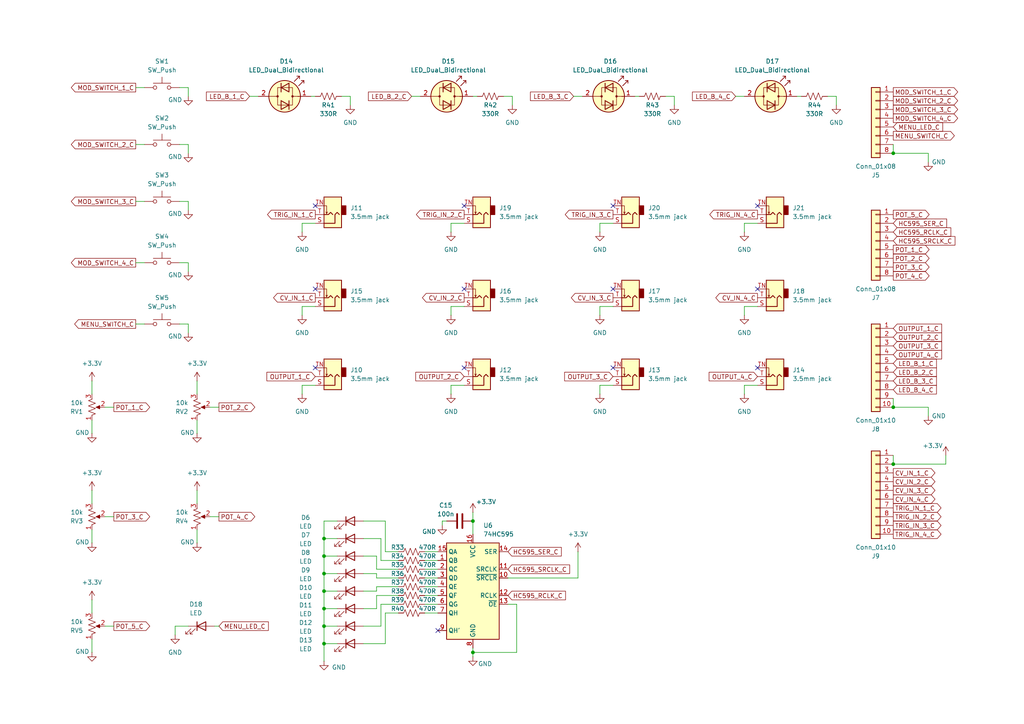
<source format=kicad_sch>
(kicad_sch (version 20231120) (generator "eeschema") (generator_version "8.0")
  (paper "A4")
  (lib_symbols
    (symbol "+3.3V_4" (power) (pin_numbers hide) (pin_names (offset 0) hide)
      (property "Value" "+3.3V" (at 0 3.556 0))
      (symbol "+3.3V_4_1_1"
        (pin power_in line (at 0 0 90) (length 0) (name "~") (number "1"))
      )
    )
    (symbol "74xx:74HC595"
      (property "Reference" "U" (at -7.62 13.97 0))
      (property "Value" "74HC595" (at -7.62 -16.51 0))
      (symbol "74HC595_1_0"
        (pin tri_state line (at 10.16 7.62 180) (length 2.54) (name "QB") (number "1"))
        (pin input line (at -10.16 2.54 0) (length 2.54) (name "~{SRCLR}") (number "10"))
        (pin input line (at -10.16 5.08 0) (length 2.54) (name "SRCLK") (number "11"))
        (pin input line (at -10.16 -2.54 0) (length 2.54) (name "RCLK") (number "12"))
        (pin input line (at -10.16 -5.08 0) (length 2.54) (name "~{OE}") (number "13"))
        (pin input line (at -10.16 10.16 0) (length 2.54) (name "SER") (number "14"))
        (pin tri_state line (at 10.16 10.16 180) (length 2.54) (name "QA") (number "15"))
        (pin power_in line (at 0 15.24 270) (length 2.54) (name "VCC") (number "16"))
        (pin tri_state line (at 10.16 5.08 180) (length 2.54) (name "QC") (number "2"))
        (pin tri_state line (at 10.16 2.54 180) (length 2.54) (name "QD") (number "3"))
        (pin tri_state line (at 10.16 0 180) (length 2.54) (name "QE") (number "4"))
        (pin tri_state line (at 10.16 -2.54 180) (length 2.54) (name "QF") (number "5"))
        (pin tri_state line (at 10.16 -5.08 180) (length 2.54) (name "QG") (number "6"))
        (pin tri_state line (at 10.16 -7.62 180) (length 2.54) (name "QH") (number "7"))
        (pin power_in line (at 0 -17.78 90) (length 2.54) (name "GND") (number "8"))
        (pin output line (at 10.16 -12.7 180) (length 2.54) (name "QH'") (number "9"))
      )
    )
    (symbol "Connector_Audio:AudioJack2_SwitchT"
      (property "Reference" "J" (at 0 8.89 0))
      (property "Value" "AudioJack2_SwitchT" (at 0 6.35 0))
      (symbol "AudioJack2_SwitchT_1_1"
        (pin passive line (at 5.08 2.54 180) (length 2.54) (name "~") (number "S"))
        (pin passive line (at 5.08 0 180) (length 2.54) (name "~") (number "T"))
        (pin passive line (at 5.08 -2.54 180) (length 2.54) (name "~") (number "TN"))
      )
    )
    (symbol "Connector_Generic:Conn_01x08" (pin_names (offset 1.016) hide)
      (property "Reference" "J" (at 0 10.16 0))
      (property "Value" "Conn_01x08" (at 0 -12.7 0))
      (symbol "Conn_01x08_1_1"
        (pin passive line (at -5.08 7.62 0) (length 3.81) (name "Pin_1") (number "1"))
        (pin passive line (at -5.08 5.08 0) (length 3.81) (name "Pin_2") (number "2"))
        (pin passive line (at -5.08 2.54 0) (length 3.81) (name "Pin_3") (number "3"))
        (pin passive line (at -5.08 0 0) (length 3.81) (name "Pin_4") (number "4"))
        (pin passive line (at -5.08 -2.54 0) (length 3.81) (name "Pin_5") (number "5"))
        (pin passive line (at -5.08 -5.08 0) (length 3.81) (name "Pin_6") (number "6"))
        (pin passive line (at -5.08 -7.62 0) (length 3.81) (name "Pin_7") (number "7"))
        (pin passive line (at -5.08 -10.16 0) (length 3.81) (name "Pin_8") (number "8"))
      )
    )
    (symbol "Connector_Generic:Conn_01x10" (pin_names (offset 1.016) hide)
      (property "Reference" "J" (at 0 12.7 0))
      (property "Value" "Conn_01x10" (at 0 -15.24 0))
      (symbol "Conn_01x10_1_1"
        (pin passive line (at -5.08 10.16 0) (length 3.81) (name "Pin_1") (number "1"))
        (pin passive line (at -5.08 -12.7 0) (length 3.81) (name "Pin_10") (number "10"))
        (pin passive line (at -5.08 7.62 0) (length 3.81) (name "Pin_2") (number "2"))
        (pin passive line (at -5.08 5.08 0) (length 3.81) (name "Pin_3") (number "3"))
        (pin passive line (at -5.08 2.54 0) (length 3.81) (name "Pin_4") (number "4"))
        (pin passive line (at -5.08 0 0) (length 3.81) (name "Pin_5") (number "5"))
        (pin passive line (at -5.08 -2.54 0) (length 3.81) (name "Pin_6") (number "6"))
        (pin passive line (at -5.08 -5.08 0) (length 3.81) (name "Pin_7") (number "7"))
        (pin passive line (at -5.08 -7.62 0) (length 3.81) (name "Pin_8") (number "8"))
        (pin passive line (at -5.08 -10.16 0) (length 3.81) (name "Pin_9") (number "9"))
      )
    )
    (symbol "Device:C" (pin_numbers hide) (pin_names (offset 0.254))
      (property "Reference" "C" (at 0.635 2.54 0))
      (property "Value" "C" (at 0.635 -2.54 0))
      (symbol "C_1_1"
        (pin passive line (at 0 3.81 270) (length 2.794) (name "~") (number "1"))
        (pin passive line (at 0 -3.81 90) (length 2.794) (name "~") (number "2"))
      )
    )
    (symbol "Device:LED" (pin_numbers hide) (pin_names (offset 1.016) hide)
      (property "Reference" "D" (at 0 2.54 0))
      (property "Value" "LED" (at 0 -2.54 0))
      (symbol "LED_1_1"
        (pin passive line (at -3.81 0 0) (length 2.54) (name "K") (number "1"))
        (pin passive line (at 3.81 0 180) (length 2.54) (name "A") (number "2"))
      )
    )
    (symbol "Device:LED_Dual_Bidirectional" (pin_names (offset 0) hide)
      (property "Reference" "D" (at 0 5.715 0))
      (property "Value" "LED_Dual_Bidirectional" (at 0 -6.35 0))
      (symbol "LED_Dual_Bidirectional_1_1"
        (pin input line (at 7.62 0 180) (length 3.81) (name "KA") (number "1"))
        (pin input line (at -7.62 0 0) (length 3.048) (name "AK") (number "2"))
      )
    )
    (symbol "Device:R_Potentiometer_US" (pin_names (offset 1.016) hide)
      (property "Reference" "RV" (at -4.445 0 90))
      (property "Value" "R_Potentiometer_US" (at -2.54 0 90))
      (symbol "R_Potentiometer_US_1_1"
        (pin passive line (at 0 3.81 270) (length 1.27) (name "1") (number "1"))
        (pin passive line (at 3.81 0 180) (length 1.27) (name "2") (number "2"))
        (pin passive line (at 0 -3.81 90) (length 1.27) (name "3") (number "3"))
      )
    )
    (symbol "Device:R_US" (pin_numbers hide) (pin_names (offset 0))
      (property "Reference" "R" (at 2.54 0 90))
      (property "Value" "R_US" (at -2.54 0 90))
      (symbol "R_US_1_1"
        (pin passive line (at 0 3.81 270) (length 1.27) (name "~") (number "1"))
        (pin passive line (at 0 -3.81 90) (length 1.27) (name "~") (number "2"))
      )
    )
    (symbol "GND_7" (power) (pin_numbers hide) (pin_names (offset 0) hide)
      (property "Value" "GND" (at 0 -3.81 0))
      (symbol "GND_7_1_1"
        (pin power_in line (at 0 0 270) (length 0) (name "~") (number "1"))
      )
    )
    (symbol "Switch:SW_Push" (pin_numbers hide) (pin_names (offset 1.016) hide)
      (property "Reference" "SW" (at 1.27 2.54 0))
      (property "Value" "SW_Push" (at 0 -1.524 0))
      (symbol "SW_Push_0_1"
        (pin passive line (at -5.08 0 0) (length 2.54) (name "1") (number "1"))
        (pin passive line (at 5.08 0 180) (length 2.54) (name "2") (number "2"))
      )
    )
    (symbol "power:+3.3V" (power) (pin_numbers hide) (pin_names (offset 0) hide)
      (property "Value" "+3.3V" (at 0 3.556 0))
      (symbol "+3.3V_1_1"
        (pin power_in line (at 0 0 90) (length 0) (name "~") (number "1"))
      )
    )
    (symbol "power:GND" (power) (pin_numbers hide) (pin_names (offset 0) hide)
      (property "Value" "GND" (at 0 -3.81 0))
      (symbol "GND_1_1"
        (pin power_in line (at 0 0 270) (length 0) (name "~") (number "1"))
      )
    )
  )
  (junction (at 137.16 151.13))
  (junction (at 93.98 176.53))
  (junction (at 93.98 166.37))
  (junction (at 93.98 161.29))
  (junction (at 259.08 134.62))
  (junction (at 259.08 44.45))
  (junction (at 93.98 156.21))
  (junction (at 93.98 181.61))
  (junction (at 93.98 171.45))
  (junction (at 137.16 189.23))
  (junction (at 259.08 118.11))
  (junction (at 93.98 186.69))
  (no_connect (at 219.71 59.69))
  (no_connect (at 91.44 83.82))
  (no_connect (at 177.8 59.69))
  (no_connect (at 91.44 106.68))
  (no_connect (at 219.71 83.82))
  (no_connect (at 91.44 59.69))
  (no_connect (at 134.62 59.69))
  (no_connect (at 134.62 83.82))
  (no_connect (at 134.62 106.68))
  (no_connect (at 219.71 106.68))
  (no_connect (at 177.8 106.68))
  (no_connect (at 177.8 83.82))
  (no_connect (at 127 182.88))
  (wire (pts (xy 148.59 27.94) (xy 146.05 27.94)))
  (wire (pts (xy 123.19 160.02) (xy 127 160.02)))
  (wire (pts (xy 93.98 181.61) (xy 97.79 181.61)))
  (wire (pts (xy 109.22 167.64) (xy 115.57 167.64)))
  (wire (pts (xy 39.37 58.42) (xy 41.91 58.42)))
  (wire (pts (xy 63.5 118.11) (xy 60.96 118.11)))
  (wire (pts (xy 149.86 189.23) (xy 137.16 189.23)))
  (wire (pts (xy 259.08 132.08) (xy 259.08 134.62)))
  (wire (pts (xy 166.37 27.94) (xy 168.91 27.94)))
  (wire (pts (xy 54.61 93.98) (xy 52.07 93.98)))
  (wire (pts (xy 130.81 67.31) (xy 130.81 64.77)))
  (wire (pts (xy 54.61 44.45) (xy 54.61 41.91)))
  (wire (pts (xy 148.59 30.48) (xy 148.59 27.94)))
  (wire (pts (xy 173.99 64.77) (xy 177.8 64.77)))
  (wire (pts (xy 123.19 165.1) (xy 127 165.1)))
  (wire (pts (xy 215.9 91.44) (xy 215.9 88.9)))
  (wire (pts (xy 269.24 120.65) (xy 269.24 118.11)))
  (wire (pts (xy 105.41 156.21) (xy 110.49 156.21)))
  (wire (pts (xy 167.64 160.02) (xy 167.64 167.64)))
  (wire (pts (xy 33.02 149.86) (xy 30.48 149.86)))
  (wire (pts (xy 87.63 88.9) (xy 91.44 88.9)))
  (wire (pts (xy 87.63 91.44) (xy 87.63 88.9)))
  (wire (pts (xy 26.67 142.24) (xy 26.67 146.05)))
  (wire (pts (xy 26.67 110.49) (xy 26.67 114.3)))
  (wire (pts (xy 93.98 176.53) (xy 97.79 176.53)))
  (wire (pts (xy 110.49 181.61) (xy 105.41 181.61)))
  (wire (pts (xy 215.9 114.3) (xy 215.9 111.76)))
  (wire (pts (xy 26.67 189.23) (xy 26.67 185.42)))
  (wire (pts (xy 87.63 114.3) (xy 87.63 111.76)))
  (wire (pts (xy 54.61 25.4) (xy 52.07 25.4)))
  (wire (pts (xy 109.22 176.53) (xy 109.22 172.72)))
  (wire (pts (xy 50.8 181.61) (xy 54.61 181.61)))
  (wire (pts (xy 109.22 170.18) (xy 115.57 170.18)))
  (wire (pts (xy 123.19 177.8) (xy 127 177.8)))
  (wire (pts (xy 109.22 171.45) (xy 109.22 170.18)))
  (wire (pts (xy 242.57 27.94) (xy 240.03 27.94)))
  (wire (pts (xy 72.39 27.94) (xy 74.93 27.94)))
  (wire (pts (xy 93.98 161.29) (xy 97.79 161.29)))
  (wire (pts (xy 195.58 30.48) (xy 195.58 27.94)))
  (wire (pts (xy 149.86 175.26) (xy 149.86 189.23)))
  (wire (pts (xy 123.19 175.26) (xy 127 175.26)))
  (wire (pts (xy 63.5 181.61) (xy 62.23 181.61)))
  (wire (pts (xy 26.67 173.99) (xy 26.67 177.8)))
  (wire (pts (xy 57.15 142.24) (xy 57.15 146.05)))
  (wire (pts (xy 110.49 175.26) (xy 110.49 181.61)))
  (wire (pts (xy 137.16 151.13) (xy 137.16 154.94)))
  (wire (pts (xy 54.61 41.91) (xy 52.07 41.91)))
  (wire (pts (xy 110.49 162.56) (xy 115.57 162.56)))
  (wire (pts (xy 185.42 27.94) (xy 184.15 27.94)))
  (wire (pts (xy 137.16 190.5) (xy 137.16 189.23)))
  (wire (pts (xy 57.15 110.49) (xy 57.15 114.3)))
  (wire (pts (xy 123.19 172.72) (xy 127 172.72)))
  (wire (pts (xy 105.41 176.53) (xy 109.22 176.53)))
  (wire (pts (xy 215.9 64.77) (xy 219.71 64.77)))
  (wire (pts (xy 93.98 171.45) (xy 93.98 176.53)))
  (wire (pts (xy 63.5 149.86) (xy 60.96 149.86)))
  (wire (pts (xy 259.08 134.62) (xy 274.32 134.62)))
  (wire (pts (xy 138.43 27.94) (xy 137.16 27.94)))
  (wire (pts (xy 93.98 151.13) (xy 93.98 156.21)))
  (wire (pts (xy 54.61 78.74) (xy 54.61 76.2)))
  (wire (pts (xy 213.36 27.94) (xy 215.9 27.94)))
  (wire (pts (xy 105.41 186.69) (xy 111.76 186.69)))
  (wire (pts (xy 87.63 67.31) (xy 87.63 64.77)))
  (wire (pts (xy 119.38 27.94) (xy 121.92 27.94)))
  (wire (pts (xy 232.41 27.94) (xy 231.14 27.94)))
  (wire (pts (xy 128.27 152.4) (xy 128.27 151.13)))
  (wire (pts (xy 195.58 27.94) (xy 193.04 27.94)))
  (wire (pts (xy 109.22 165.1) (xy 115.57 165.1)))
  (wire (pts (xy 50.8 184.15) (xy 50.8 181.61)))
  (wire (pts (xy 215.9 111.76) (xy 219.71 111.76)))
  (wire (pts (xy 93.98 166.37) (xy 97.79 166.37)))
  (wire (pts (xy 130.81 88.9) (xy 134.62 88.9)))
  (wire (pts (xy 54.61 60.96) (xy 54.61 58.42)))
  (wire (pts (xy 93.98 176.53) (xy 93.98 181.61)))
  (wire (pts (xy 54.61 76.2) (xy 52.07 76.2)))
  (wire (pts (xy 109.22 166.37) (xy 109.22 167.64)))
  (wire (pts (xy 215.9 67.31) (xy 215.9 64.77)))
  (wire (pts (xy 130.81 64.77) (xy 134.62 64.77)))
  (wire (pts (xy 167.64 167.64) (xy 147.32 167.64)))
  (wire (pts (xy 91.44 27.94) (xy 90.17 27.94)))
  (wire (pts (xy 242.57 30.48) (xy 242.57 27.94)))
  (wire (pts (xy 123.19 167.64) (xy 127 167.64)))
  (wire (pts (xy 93.98 161.29) (xy 93.98 166.37)))
  (wire (pts (xy 269.24 118.11) (xy 259.08 118.11)))
  (wire (pts (xy 39.37 41.91) (xy 41.91 41.91)))
  (wire (pts (xy 97.79 156.21) (xy 93.98 156.21)))
  (wire (pts (xy 147.32 175.26) (xy 149.86 175.26)))
  (wire (pts (xy 128.27 151.13) (xy 129.54 151.13)))
  (wire (pts (xy 269.24 46.99) (xy 269.24 44.45)))
  (wire (pts (xy 39.37 76.2) (xy 41.91 76.2)))
  (wire (pts (xy 93.98 166.37) (xy 93.98 171.45)))
  (wire (pts (xy 111.76 186.69) (xy 111.76 177.8)))
  (wire (pts (xy 123.19 170.18) (xy 127 170.18)))
  (wire (pts (xy 93.98 156.21) (xy 93.98 161.29)))
  (wire (pts (xy 93.98 186.69) (xy 93.98 191.77)))
  (wire (pts (xy 137.16 189.23) (xy 137.16 187.96)))
  (wire (pts (xy 173.99 114.3) (xy 173.99 111.76)))
  (wire (pts (xy 105.41 171.45) (xy 109.22 171.45)))
  (wire (pts (xy 54.61 58.42) (xy 52.07 58.42)))
  (wire (pts (xy 105.41 151.13) (xy 111.76 151.13)))
  (wire (pts (xy 115.57 177.8) (xy 111.76 177.8)))
  (wire (pts (xy 87.63 64.77) (xy 91.44 64.77)))
  (wire (pts (xy 259.08 118.11) (xy 259.08 115.57)))
  (wire (pts (xy 137.16 148.59) (xy 137.16 151.13)))
  (wire (pts (xy 215.9 88.9) (xy 219.71 88.9)))
  (wire (pts (xy 110.49 156.21) (xy 110.49 162.56)))
  (wire (pts (xy 123.19 162.56) (xy 127 162.56)))
  (wire (pts (xy 110.49 175.26) (xy 115.57 175.26)))
  (wire (pts (xy 130.81 111.76) (xy 134.62 111.76)))
  (wire (pts (xy 115.57 160.02) (xy 111.76 160.02)))
  (wire (pts (xy 109.22 172.72) (xy 115.57 172.72)))
  (wire (pts (xy 259.08 44.45) (xy 259.08 41.91)))
  (wire (pts (xy 105.41 161.29) (xy 109.22 161.29)))
  (wire (pts (xy 173.99 67.31) (xy 173.99 64.77)))
  (wire (pts (xy 101.6 30.48) (xy 101.6 27.94)))
  (wire (pts (xy 173.99 88.9) (xy 177.8 88.9)))
  (wire (pts (xy 93.98 186.69) (xy 97.79 186.69)))
  (wire (pts (xy 111.76 151.13) (xy 111.76 160.02)))
  (wire (pts (xy 101.6 27.94) (xy 99.06 27.94)))
  (wire (pts (xy 93.98 171.45) (xy 97.79 171.45)))
  (wire (pts (xy 130.81 91.44) (xy 130.81 88.9)))
  (wire (pts (xy 39.37 93.98) (xy 41.91 93.98)))
  (wire (pts (xy 274.32 132.08) (xy 274.32 134.62)))
  (wire (pts (xy 57.15 157.48) (xy 57.15 153.67)))
  (wire (pts (xy 33.02 118.11) (xy 30.48 118.11)))
  (wire (pts (xy 105.41 166.37) (xy 109.22 166.37)))
  (wire (pts (xy 93.98 151.13) (xy 97.79 151.13)))
  (wire (pts (xy 130.81 114.3) (xy 130.81 111.76)))
  (wire (pts (xy 109.22 161.29) (xy 109.22 165.1)))
  (wire (pts (xy 54.61 27.94) (xy 54.61 25.4)))
  (wire (pts (xy 39.37 25.4) (xy 41.91 25.4)))
  (wire (pts (xy 87.63 111.76) (xy 91.44 111.76)))
  (wire (pts (xy 26.67 157.48) (xy 26.67 153.67)))
  (wire (pts (xy 57.15 125.73) (xy 57.15 121.92)))
  (wire (pts (xy 93.98 181.61) (xy 93.98 186.69)))
  (wire (pts (xy 33.02 181.61) (xy 30.48 181.61)))
  (wire (pts (xy 54.61 96.52) (xy 54.61 93.98)))
  (wire (pts (xy 173.99 91.44) (xy 173.99 88.9)))
  (wire (pts (xy 173.99 111.76) (xy 177.8 111.76)))
  (wire (pts (xy 26.67 125.73) (xy 26.67 121.92)))
  (wire (pts (xy 269.24 44.45) (xy 259.08 44.45)))
  (global_label "MOD_SWITCH_1_C" (shape output) (at 259.08 26.67 0) (property "Intersheetrefs" "${INTERSHEET_REFS}" (effects (hide yes))))
  (global_label "MENU_SWITCH_C" (shape output) (at 39.37 93.98 180) (property "Intersheetrefs" "${INTERSHEET_REFS}" (effects (hide yes))))
  (global_label "HC595_SER_C" (shape input) (at 259.08 64.77 0) (property "Intersheetrefs" "${INTERSHEET_REFS}" (effects (hide yes))))
  (global_label "TRIG_IN_1_C" (shape output) (at 91.44 62.23 180) (property "Intersheetrefs" "${INTERSHEET_REFS}" (effects (hide yes))))
  (global_label "MOD_SWITCH_2_C" (shape output) (at 259.08 29.21 0) (property "Intersheetrefs" "${INTERSHEET_REFS}" (effects (hide yes))))
  (global_label "LED_B_2_C" (shape input) (at 119.38 27.94 180) (property "Intersheetrefs" "${INTERSHEET_REFS}" (effects (hide yes))))
  (global_label "TRIG_IN_1_C" (shape output) (at 259.08 147.32 0) (property "Intersheetrefs" "${INTERSHEET_REFS}" (effects (hide yes))))
  (global_label "CV_IN_4_C" (shape output) (at 259.08 144.78 0) (property "Intersheetrefs" "${INTERSHEET_REFS}" (effects (hide yes))))
  (global_label "MOD_SWITCH_3_C" (shape output) (at 259.08 31.75 0) (property "Intersheetrefs" "${INTERSHEET_REFS}" (effects (hide yes))))
  (global_label "MENU_LED_C" (shape input) (at 63.5 181.61 0) (property "Intersheetrefs" "${INTERSHEET_REFS}" (effects (hide yes))))
  (global_label "MOD_SWITCH_4_C" (shape output) (at 39.37 76.2 180) (property "Intersheetrefs" "${INTERSHEET_REFS}" (effects (hide yes))))
  (global_label "POT_1_C" (shape output) (at 259.08 72.39 0) (property "Intersheetrefs" "${INTERSHEET_REFS}" (effects (hide yes))))
  (global_label "HC595_SRCLK_C" (shape input) (at 259.08 69.85 0) (property "Intersheetrefs" "${INTERSHEET_REFS}" (effects (hide yes))))
  (global_label "CV_IN_3_C" (shape output) (at 177.8 86.36 180) (property "Intersheetrefs" "${INTERSHEET_REFS}" (effects (hide yes))))
  (global_label "CV_IN_1_C" (shape output) (at 259.08 137.16 0) (property "Intersheetrefs" "${INTERSHEET_REFS}" (effects (hide yes))))
  (global_label "OUTPUT_4_C" (shape input) (at 219.71 109.22 180) (property "Intersheetrefs" "${INTERSHEET_REFS}" (effects (hide yes))))
  (global_label "POT_5_C" (shape output) (at 33.02 181.61 0) (property "Intersheetrefs" "${INTERSHEET_REFS}" (effects (hide yes))))
  (global_label "POT_4_C" (shape output) (at 63.5 149.86 0) (property "Intersheetrefs" "${INTERSHEET_REFS}" (effects (hide yes))))
  (global_label "TRIG_IN_2_C" (shape output) (at 259.08 149.86 0) (property "Intersheetrefs" "${INTERSHEET_REFS}" (effects (hide yes))))
  (global_label "POT_3_C" (shape output) (at 33.02 149.86 0) (property "Intersheetrefs" "${INTERSHEET_REFS}" (effects (hide yes))))
  (global_label "LED_B_3_C" (shape input) (at 166.37 27.94 180) (property "Intersheetrefs" "${INTERSHEET_REFS}" (effects (hide yes))))
  (global_label "HC595_SRCLK_C" (shape input) (at 147.32 165.1 0) (property "Intersheetrefs" "${INTERSHEET_REFS}" (effects (hide yes))))
  (global_label "LED_B_1_C" (shape input) (at 72.39 27.94 180) (property "Intersheetrefs" "${INTERSHEET_REFS}" (effects (hide yes))))
  (global_label "MOD_SWITCH_4_C" (shape output) (at 259.08 34.29 0) (property "Intersheetrefs" "${INTERSHEET_REFS}" (effects (hide yes))))
  (global_label "CV_IN_2_C" (shape output) (at 134.62 86.36 180) (property "Intersheetrefs" "${INTERSHEET_REFS}" (effects (hide yes))))
  (global_label "LED_B_2_C" (shape input) (at 259.08 107.95 0) (property "Intersheetrefs" "${INTERSHEET_REFS}" (effects (hide yes))))
  (global_label "TRIG_IN_2_C" (shape output) (at 134.62 62.23 180) (property "Intersheetrefs" "${INTERSHEET_REFS}" (effects (hide yes))))
  (global_label "TRIG_IN_3_C" (shape output) (at 259.08 152.4 0) (property "Intersheetrefs" "${INTERSHEET_REFS}" (effects (hide yes))))
  (global_label "MOD_SWITCH_3_C" (shape output) (at 39.37 58.42 180) (property "Intersheetrefs" "${INTERSHEET_REFS}" (effects (hide yes))))
  (global_label "MOD_SWITCH_2_C" (shape output) (at 39.37 41.91 180) (property "Intersheetrefs" "${INTERSHEET_REFS}" (effects (hide yes))))
  (global_label "OUTPUT_2_C" (shape input) (at 259.08 97.79 0) (property "Intersheetrefs" "${INTERSHEET_REFS}" (effects (hide yes))))
  (global_label "MOD_SWITCH_1_C" (shape output) (at 39.37 25.4 180) (property "Intersheetrefs" "${INTERSHEET_REFS}" (effects (hide yes))))
  (global_label "LED_B_3_C" (shape input) (at 259.08 110.49 0) (property "Intersheetrefs" "${INTERSHEET_REFS}" (effects (hide yes))))
  (global_label "LED_B_1_C" (shape input) (at 259.08 105.41 0) (property "Intersheetrefs" "${INTERSHEET_REFS}" (effects (hide yes))))
  (global_label "HC595_RCLK_C" (shape input) (at 147.32 172.72 0) (property "Intersheetrefs" "${INTERSHEET_REFS}" (effects (hide yes))))
  (global_label "TRIG_IN_3_C" (shape output) (at 177.8 62.23 180) (property "Intersheetrefs" "${INTERSHEET_REFS}" (effects (hide yes))))
  (global_label "OUTPUT_1_C" (shape input) (at 91.44 109.22 180) (property "Intersheetrefs" "${INTERSHEET_REFS}" (effects (hide yes))))
  (global_label "POT_1_C" (shape output) (at 33.02 118.11 0) (property "Intersheetrefs" "${INTERSHEET_REFS}" (effects (hide yes))))
  (global_label "MENU_LED_C" (shape input) (at 259.08 36.83 0) (property "Intersheetrefs" "${INTERSHEET_REFS}" (effects (hide yes))))
  (global_label "HC595_RCLK_C" (shape input) (at 259.08 67.31 0) (property "Intersheetrefs" "${INTERSHEET_REFS}" (effects (hide yes))))
  (global_label "OUTPUT_2_C" (shape input) (at 134.62 109.22 180) (property "Intersheetrefs" "${INTERSHEET_REFS}" (effects (hide yes))))
  (global_label "MENU_SWITCH_C" (shape output) (at 259.08 39.37 0) (property "Intersheetrefs" "${INTERSHEET_REFS}" (effects (hide yes))))
  (global_label "LED_B_4_C" (shape input) (at 259.08 113.03 0) (property "Intersheetrefs" "${INTERSHEET_REFS}" (effects (hide yes))))
  (global_label "CV_IN_4_C" (shape output) (at 219.71 86.36 180) (property "Intersheetrefs" "${INTERSHEET_REFS}" (effects (hide yes))))
  (global_label "OUTPUT_4_C" (shape input) (at 259.08 102.87 0) (property "Intersheetrefs" "${INTERSHEET_REFS}" (effects (hide yes))))
  (global_label "OUTPUT_3_C" (shape input) (at 259.08 100.33 0) (property "Intersheetrefs" "${INTERSHEET_REFS}" (effects (hide yes))))
  (global_label "TRIG_IN_4_C" (shape output) (at 259.08 154.94 0) (property "Intersheetrefs" "${INTERSHEET_REFS}" (effects (hide yes))))
  (global_label "POT_4_C" (shape output) (at 259.08 80.01 0) (property "Intersheetrefs" "${INTERSHEET_REFS}" (effects (hide yes))))
  (global_label "LED_B_4_C" (shape input) (at 213.36 27.94 180) (property "Intersheetrefs" "${INTERSHEET_REFS}" (effects (hide yes))))
  (global_label "POT_2_C" (shape output) (at 259.08 74.93 0) (property "Intersheetrefs" "${INTERSHEET_REFS}" (effects (hide yes))))
  (global_label "POT_2_C" (shape output) (at 63.5 118.11 0) (property "Intersheetrefs" "${INTERSHEET_REFS}" (effects (hide yes))))
  (global_label "POT_5_C" (shape output) (at 259.08 62.23 0) (property "Intersheetrefs" "${INTERSHEET_REFS}" (effects (hide yes))))
  (global_label "TRIG_IN_4_C" (shape output) (at 219.71 62.23 180) (property "Intersheetrefs" "${INTERSHEET_REFS}" (effects (hide yes))))
  (global_label "CV_IN_3_C" (shape output) (at 259.08 142.24 0) (property "Intersheetrefs" "${INTERSHEET_REFS}" (effects (hide yes))))
  (global_label "CV_IN_1_C" (shape output) (at 91.44 86.36 180) (property "Intersheetrefs" "${INTERSHEET_REFS}" (effects (hide yes))))
  (global_label "POT_3_C" (shape output) (at 259.08 77.47 0) (property "Intersheetrefs" "${INTERSHEET_REFS}" (effects (hide yes))))
  (global_label "CV_IN_2_C" (shape output) (at 259.08 139.7 0) (property "Intersheetrefs" "${INTERSHEET_REFS}" (effects (hide yes))))
  (global_label "OUTPUT_3_C" (shape input) (at 177.8 109.22 180) (property "Intersheetrefs" "${INTERSHEET_REFS}" (effects (hide yes))))
  (global_label "HC595_SER_C" (shape input) (at 147.32 160.02 0) (property "Intersheetrefs" "${INTERSHEET_REFS}" (effects (hide yes))))
  (global_label "OUTPUT_1_C" (shape input) (at 259.08 95.25 0) (property "Intersheetrefs" "${INTERSHEET_REFS}" (effects (hide yes))))
  (symbol (lib_id "power:GND") (at 242.57 30.48 0) (unit 1)
    (property "Reference" "#PWR065" (effects (hide yes)))
    (property "Value" "GND" (at 242.57 35.56 0))
    (property "Description" "Power symbol creates a global label with name \"GND\" , ground" (effects (hide yes)))
  )
  (symbol (lib_id "power:GND") (at 130.81 67.31 0) (unit 1)
    (property "Reference" "#PWR077" (effects (hide yes)))
    (property "Value" "GND" (at 130.81 72.39 0))
    (property "Description" "Power symbol creates a global label with name \"GND\" , ground" (effects (hide yes)))
  )
  (symbol (lib_id "Device:LED") (at 101.6 161.29 0) (unit 1)
    (property "Reference" "D8" (at 88.646 160.274 0))
    (property "Value" "LED" (at 88.646 162.814 0))
    (property "Footprint" "LED_THT:LED_D3.0mm" (effects (hide yes)))
    (property "Description" "Light emitting diode" (effects (hide yes)))
  )
  (symbol (lib_id "power:+3.3V") (at 57.15 110.49 0) (unit 1)
    (property "Reference" "#PWR053" (effects (hide yes)))
    (property "Value" "+3.3V" (at 57.15 105.41 0))
    (property "Description" "Power symbol creates a global label with name \"+3.3V\"" (effects (hide yes)))
  )
  (symbol (lib_id "74xx:74HC595") (at 137.16 170.18 0) (mirror y) (unit 1)
    (property "Reference" "U6" (at 140.1765 152.4 0) (effects (justify right)))
    (property "Value" "74HC595" (at 140.1765 154.94 0) (effects (justify right)))
    (property "Footprint" "Package_DIP:DIP-16_W7.62mm_Socket" (effects (hide yes)))
    (property "Datasheet" "http://www.ti.com/lit/ds/symlink/sn74hc595.pdf" (effects (hide yes)))
    (property "Description" "8-bit serial in/out Shift Register 3-State Outputs" (effects (hide yes)))
  )
  (symbol (lib_id "power:GND") (at 54.61 60.96 0) (unit 1)
    (property "Reference" "#PWR045" (effects (hide yes)))
    (property "Value" "GND" (at 50.8 61.976 0))
    (property "Description" "Power symbol creates a global label with name \"GND\" , ground" (effects (hide yes)))
  )
  (symbol (lib_id "Device:R_US") (at 189.23 27.94 90) (unit 1)
    (property "Reference" "R43" (at 189.23 30.48 90))
    (property "Value" "330R" (at 189.23 33.02 90))
    (property "Footprint" "Resistor_THT:R_Axial_DIN0207_L6.3mm_D2.5mm_P7.62mm_Horizontal" (effects (hide yes)))
    (property "Description" "Resistor, US symbol" (effects (hide yes)))
  )
  (symbol (lib_id "power:GND") (at 215.9 67.31 0) (unit 1)
    (property "Reference" "#PWR079" (effects (hide yes)))
    (property "Value" "GND" (at 215.9 72.39 0))
    (property "Description" "Power symbol creates a global label with name \"GND\" , ground" (effects (hide yes)))
  )
  (symbol (lib_id "Device:R_Potentiometer_US") (at 26.67 118.11 0) (mirror x) (unit 1)
    (property "Reference" "RV1" (at 24.13 119.3801 0) (effects (justify right)))
    (property "Value" "10k" (at 24.13 116.8401 0) (effects (justify right)))
    (property "Footprint" "Potentiometer_THT:Potentiometer_Alps_RK09K_Single_Vertical" (effects (hide yes)))
    (property "Description" "Potentiometer, US symbol" (effects (hide yes)))
  )
  (symbol (lib_id "power:GND") (at 87.63 114.3 0) (unit 1)
    (property "Reference" "#PWR068" (effects (hide yes)))
    (property "Value" "GND" (at 87.63 119.38 0))
    (property "Description" "Power symbol creates a global label with name \"GND\" , ground" (effects (hide yes)))
  )
  (symbol (lib_id "Device:C") (at 133.35 151.13 90) (unit 1)
    (property "Reference" "C15" (at 129.286 146.558 90))
    (property "Value" "100n" (at 129.286 149.098 90))
    (property "Footprint" "Capacitor_THT:C_Disc_D5.0mm_W2.5mm_P5.00mm" (effects (hide yes)))
    (property "Description" "Unpolarized capacitor" (effects (hide yes)))
  )
  (symbol (lib_id "power:GND") (at 93.98 191.77 0) (unit 1)
    (property "Reference" "#PWR061" (effects (hide yes)))
    (property "Value" "GND" (at 98.298 193.548 0))
    (property "Description" "Power symbol creates a global label with name \"GND\" , ground" (effects (hide yes)))
  )
  (symbol (lib_id "Switch:SW_Push") (at 46.99 58.42 0) (unit 1)
    (property "Reference" "SW3" (at 46.99 50.8 0))
    (property "Value" "SW_Push" (at 46.99 53.34 0))
    (property "Footprint" "Button_Switch_THT:SW_PUSH_6mm" (effects (hide yes)))
    (property "Description" "Push button switch, generic, two pins" (effects (hide yes)))
  )
  (symbol (lib_id "Connector_Generic:Conn_01x08") (at 254 69.85 0) (mirror y) (unit 1)
    (property "Reference" "J7" (at 254 86.36 0))
    (property "Value" "Conn_01x08" (at 254 83.82 0))
    (property "Footprint" "Connector_PinSocket_2.54mm:PinSocket_1x08_P2.54mm_Vertical" (effects (hide yes)))
    (property "Description" "Generic connector, single row, 01x08, script generated (kicad-library-utils/schlib/autogen/connector/)" (effects (hide yes)))
  )
  (symbol (lib_id "Device:R_US") (at 119.38 162.56 90) (unit 1)
    (property "Reference" "R34" (at 115.316 161.29 90))
    (property "Value" "470R" (at 123.952 161.29 90))
    (property "Footprint" "Resistor_THT:R_Axial_DIN0207_L6.3mm_D2.5mm_P7.62mm_Horizontal" (effects (hide yes)))
    (property "Description" "Resistor, US symbol" (effects (hide yes)))
  )
  (symbol (lib_id "Device:R_Potentiometer_US") (at 57.15 149.86 0) (mirror x) (unit 1)
    (property "Reference" "RV4" (at 54.61 151.1301 0) (effects (justify right)))
    (property "Value" "10k" (at 54.61 148.5901 0) (effects (justify right)))
    (property "Footprint" "Potentiometer_THT:Potentiometer_Alps_RK09K_Single_Vertical" (effects (hide yes)))
    (property "Description" "Potentiometer, US symbol" (effects (hide yes)))
  )
  (symbol (lib_id "power:GND") (at 54.61 96.52 0) (unit 1)
    (property "Reference" "#PWR047" (effects (hide yes)))
    (property "Value" "GND" (at 50.8 97.536 0))
    (property "Description" "Power symbol creates a global label with name \"GND\" , ground" (effects (hide yes)))
  )
  (symbol (lib_id "Connector_Audio:AudioJack2_SwitchT") (at 224.79 109.22 180) (unit 1)
    (property "Reference" "J14" (at 229.87 107.3149 0) (effects (justify right)))
    (property "Value" "3.5mm jack" (at 229.87 109.8549 0) (effects (justify right)))
    (property "Footprint" "Connector_Audio:Jack_3.5mm_QingPu_WQP-PJ398SM_Vertical_CircularHoles" (effects (hide yes)))
    (property "Description" "Audio Jack, 2 Poles (Mono / TS), Switched T Pole (Normalling)" (effects (hide yes)))
  )
  (symbol (lib_id "Device:R_US") (at 119.38 167.64 90) (unit 1)
    (property "Reference" "R36" (at 115.316 166.37 90))
    (property "Value" "470R" (at 123.952 166.37 90))
    (property "Footprint" "Resistor_THT:R_Axial_DIN0207_L6.3mm_D2.5mm_P7.62mm_Horizontal" (effects (hide yes)))
    (property "Description" "Resistor, US symbol" (effects (hide yes)))
  )
  (symbol (lib_id "power:+3.3V") (at 26.67 110.49 0) (unit 1)
    (property "Reference" "#PWR052" (effects (hide yes)))
    (property "Value" "+3.3V" (at 26.67 105.41 0))
    (property "Description" "Power symbol creates a global label with name \"+3.3V\"" (effects (hide yes)))
  )
  (symbol (lib_id "Device:R_US") (at 236.22 27.94 90) (unit 1)
    (property "Reference" "R44" (at 236.22 30.48 90))
    (property "Value" "330R" (at 236.22 33.02 90))
    (property "Footprint" "Resistor_THT:R_Axial_DIN0207_L6.3mm_D2.5mm_P7.62mm_Horizontal" (effects (hide yes)))
    (property "Description" "Resistor, US symbol" (effects (hide yes)))
  )
  (symbol (lib_id "power:GND") (at 50.8 184.15 0) (unit 1)
    (property "Reference" "#PWR067" (effects (hide yes)))
    (property "Value" "GND" (at 50.8 189.23 0))
    (property "Description" "Power symbol creates a global label with name \"GND\" , ground" (effects (hide yes)))
  )
  (symbol (lib_id "Connector_Audio:AudioJack2_SwitchT") (at 182.88 109.22 180) (unit 1)
    (property "Reference" "J13" (at 187.96 107.3149 0) (effects (justify right)))
    (property "Value" "3.5mm jack" (at 187.96 109.8549 0) (effects (justify right)))
    (property "Footprint" "Connector_Audio:Jack_3.5mm_QingPu_WQP-PJ398SM_Vertical_CircularHoles" (effects (hide yes)))
    (property "Description" "Audio Jack, 2 Poles (Mono / TS), Switched T Pole (Normalling)" (effects (hide yes)))
  )
  (symbol (lib_id "power:GND") (at 87.63 67.31 0) (unit 1)
    (property "Reference" "#PWR069" (effects (hide yes)))
    (property "Value" "GND" (at 87.63 72.39 0))
    (property "Description" "Power symbol creates a global label with name \"GND\" , ground" (effects (hide yes)))
  )
  (symbol (lib_id "Device:LED_Dual_Bidirectional") (at 223.52 27.94 0) (unit 1)
    (property "Reference" "D17" (at 224.0153 17.78 0))
    (property "Value" "LED_Dual_Bidirectional" (at 224.0153 20.32 0))
    (property "Footprint" "LED_THT:LED_D5.0mm" (effects (hide yes)))
    (property "Description" "Dual LED, bidirectional" (effects (hide yes)))
  )
  (symbol (lib_id "Connector_Generic:Conn_01x10") (at 254 142.24 0) (mirror y) (unit 1)
    (property "Reference" "J9" (at 254 161.29 0))
    (property "Value" "Conn_01x10" (at 254 158.75 0))
    (property "Footprint" "Connector_PinSocket_2.54mm:PinSocket_1x10_P2.54mm_Vertical" (effects (hide yes)))
    (property "Description" "Generic connector, single row, 01x10, script generated (kicad-library-utils/schlib/autogen/connector/)" (effects (hide yes)))
  )
  (symbol (lib_id "power:GND") (at 57.15 125.73 0) (unit 1)
    (property "Reference" "#PWR054" (effects (hide yes)))
    (property "Value" "GND" (at 54.356 125.476 0))
    (property "Description" "Power symbol creates a global label with name \"GND\" , ground" (effects (hide yes)))
  )
  (symbol (lib_id "Connector_Audio:AudioJack2_SwitchT") (at 139.7 86.36 180) (unit 1)
    (property "Reference" "J16" (at 144.78 84.4549 0) (effects (justify right)))
    (property "Value" "3.5mm jack" (at 144.78 86.9949 0) (effects (justify right)))
    (property "Footprint" "Connector_Audio:Jack_3.5mm_QingPu_WQP-PJ398SM_Vertical_CircularHoles" (effects (hide yes)))
    (property "Description" "Audio Jack, 2 Poles (Mono / TS), Switched T Pole (Normalling)" (effects (hide yes)))
  )
  (symbol (lib_id "Device:LED") (at 101.6 166.37 0) (unit 1)
    (property "Reference" "D9" (at 88.646 165.354 0))
    (property "Value" "LED" (at 88.646 167.894 0))
    (property "Footprint" "LED_THT:LED_D3.0mm" (effects (hide yes)))
    (property "Description" "Light emitting diode" (effects (hide yes)))
  )
  (symbol (lib_id "power:GND") (at 101.6 30.48 0) (unit 1)
    (property "Reference" "#PWR062" (effects (hide yes)))
    (property "Value" "GND" (at 101.6 35.56 0))
    (property "Description" "Power symbol creates a global label with name \"GND\" , ground" (effects (hide yes)))
  )
  (symbol (lib_id "power:GND") (at 57.15 157.48 0) (unit 1)
    (property "Reference" "#PWR058" (effects (hide yes)))
    (property "Value" "GND" (at 54.356 157.226 0))
    (property "Description" "Power symbol creates a global label with name \"GND\" , ground" (effects (hide yes)))
  )
  (symbol (lib_id "Device:LED") (at 101.6 181.61 0) (unit 1)
    (property "Reference" "D12" (at 88.646 180.594 0))
    (property "Value" "LED" (at 88.646 183.134 0))
    (property "Footprint" "LED_THT:LED_D3.0mm" (effects (hide yes)))
    (property "Description" "Light emitting diode" (effects (hide yes)))
  )
  (symbol (lib_id "Device:R_US") (at 119.38 172.72 90) (unit 1)
    (property "Reference" "R38" (at 115.316 171.45 90))
    (property "Value" "470R" (at 123.952 171.45 90))
    (property "Footprint" "Resistor_THT:R_Axial_DIN0207_L6.3mm_D2.5mm_P7.62mm_Horizontal" (effects (hide yes)))
    (property "Description" "Resistor, US symbol" (effects (hide yes)))
  )
  (symbol (lib_id "Device:LED_Dual_Bidirectional") (at 176.53 27.94 0) (unit 1)
    (property "Reference" "D16" (at 177.0253 17.78 0))
    (property "Value" "LED_Dual_Bidirectional" (at 177.0253 20.32 0))
    (property "Footprint" "LED_THT:LED_D5.0mm" (effects (hide yes)))
    (property "Description" "Dual LED, bidirectional" (effects (hide yes)))
  )
  (symbol (lib_id "power:GND") (at 87.63 91.44 0) (unit 1)
    (property "Reference" "#PWR073" (effects (hide yes)))
    (property "Value" "GND" (at 87.63 96.52 0))
    (property "Description" "Power symbol creates a global label with name \"GND\" , ground" (effects (hide yes)))
  )
  (symbol (lib_id "power:GND") (at 173.99 114.3 0) (unit 1)
    (property "Reference" "#PWR071" (effects (hide yes)))
    (property "Value" "GND" (at 173.99 119.38 0))
    (property "Description" "Power symbol creates a global label with name \"GND\" , ground" (effects (hide yes)))
  )
  (symbol (lib_id "Device:R_US") (at 142.24 27.94 90) (unit 1)
    (property "Reference" "R42" (at 142.24 30.48 90))
    (property "Value" "330R" (at 142.24 33.02 90))
    (property "Footprint" "Resistor_THT:R_Axial_DIN0207_L6.3mm_D2.5mm_P7.62mm_Horizontal" (effects (hide yes)))
    (property "Description" "Resistor, US symbol" (effects (hide yes)))
  )
  (symbol (lib_id "Device:R_US") (at 119.38 165.1 90) (unit 1)
    (property "Reference" "R35" (at 115.316 163.83 90))
    (property "Value" "470R" (at 123.952 163.83 90))
    (property "Footprint" "Resistor_THT:R_Axial_DIN0207_L6.3mm_D2.5mm_P7.62mm_Horizontal" (effects (hide yes)))
    (property "Description" "Resistor, US symbol" (effects (hide yes)))
  )
  (symbol (lib_id "power:GND") (at 137.16 190.5 0) (unit 1)
    (property "Reference" "#PWR049" (effects (hide yes)))
    (property "Value" "GND" (at 140.716 192.532 0))
    (property "Description" "Power symbol creates a global label with name \"GND\" , ground" (effects (hide yes)))
  )
  (symbol (lib_id "Device:LED_Dual_Bidirectional") (at 82.55 27.94 0) (unit 1)
    (property "Reference" "D14" (at 83.0453 17.78 0))
    (property "Value" "LED_Dual_Bidirectional" (at 83.0453 20.32 0))
    (property "Footprint" "LED_THT:LED_D5.0mm" (effects (hide yes)))
    (property "Description" "Dual LED, bidirectional" (effects (hide yes)))
  )
  (symbol (lib_id "Connector_Audio:AudioJack2_SwitchT") (at 96.52 62.23 180) (unit 1)
    (property "Reference" "J11" (at 101.6 60.3249 0) (effects (justify right)))
    (property "Value" "3.5mm jack" (at 101.6 62.8649 0) (effects (justify right)))
    (property "Footprint" "Connector_Audio:Jack_3.5mm_QingPu_WQP-PJ398SM_Vertical_CircularHoles" (effects (hide yes)))
    (property "Description" "Audio Jack, 2 Poles (Mono / TS), Switched T Pole (Normalling)" (effects (hide yes)))
  )
  (symbol (lib_id "Connector_Audio:AudioJack2_SwitchT") (at 182.88 62.23 180) (unit 1)
    (property "Reference" "J20" (at 187.96 60.3249 0) (effects (justify right)))
    (property "Value" "3.5mm jack" (at 187.96 62.8649 0) (effects (justify right)))
    (property "Footprint" "Connector_Audio:Jack_3.5mm_QingPu_WQP-PJ398SM_Vertical_CircularHoles" (effects (hide yes)))
    (property "Description" "Audio Jack, 2 Poles (Mono / TS), Switched T Pole (Normalling)" (effects (hide yes)))
  )
  (symbol (lib_id "Device:R_US") (at 119.38 170.18 90) (unit 1)
    (property "Reference" "R37" (at 115.316 168.91 90))
    (property "Value" "470R" (at 123.952 168.91 90))
    (property "Footprint" "Resistor_THT:R_Axial_DIN0207_L6.3mm_D2.5mm_P7.62mm_Horizontal" (effects (hide yes)))
    (property "Description" "Resistor, US symbol" (effects (hide yes)))
  )
  (symbol (lib_id "power:GND") (at 215.9 114.3 0) (unit 1)
    (property "Reference" "#PWR072" (effects (hide yes)))
    (property "Value" "GND" (at 215.9 119.38 0))
    (property "Description" "Power symbol creates a global label with name \"GND\" , ground" (effects (hide yes)))
  )
  (symbol (lib_id "power:+3.3V") (at 57.15 142.24 0) (unit 1)
    (property "Reference" "#PWR056" (effects (hide yes)))
    (property "Value" "+3.3V" (at 57.15 137.16 0))
    (property "Description" "Power symbol creates a global label with name \"+3.3V\"" (effects (hide yes)))
  )
  (symbol (lib_name "+3.3V_4") (lib_id "power:+3.3V") (at 274.32 132.08 0) (unit 1)
    (property "Reference" "#PWR037" (effects (hide yes)))
    (property "Value" "+3.3V" (at 270.51 129.286 0))
    (property "Description" "Power symbol creates a global label with name \"+3.3V\"" (effects (hide yes)))
  )
  (symbol (lib_id "Device:LED") (at 101.6 151.13 0) (unit 1)
    (property "Reference" "D6" (at 88.646 150.114 0))
    (property "Value" "LED" (at 88.646 152.654 0))
    (property "Footprint" "LED_THT:LED_D3.0mm" (effects (hide yes)))
    (property "Description" "Light emitting diode" (effects (hide yes)))
  )
  (symbol (lib_id "power:+3.3V") (at 167.64 160.02 0) (unit 1)
    (property "Reference" "#PWR050" (effects (hide yes)))
    (property "Value" "+3.3V" (at 167.64 154.94 0))
    (property "Description" "Power symbol creates a global label with name \"+3.3V\"" (effects (hide yes)))
  )
  (symbol (lib_id "power:GND") (at 54.61 78.74 0) (unit 1)
    (property "Reference" "#PWR046" (effects (hide yes)))
    (property "Value" "GND" (at 50.8 79.756 0))
    (property "Description" "Power symbol creates a global label with name \"GND\" , ground" (effects (hide yes)))
  )
  (symbol (lib_id "Device:LED") (at 101.6 171.45 0) (unit 1)
    (property "Reference" "D10" (at 88.646 170.434 0))
    (property "Value" "LED" (at 88.646 172.974 0))
    (property "Footprint" "LED_THT:LED_D3.0mm" (effects (hide yes)))
    (property "Description" "Light emitting diode" (effects (hide yes)))
  )
  (symbol (lib_id "Device:LED") (at 101.6 156.21 0) (unit 1)
    (property "Reference" "D7" (at 88.646 155.194 0))
    (property "Value" "LED" (at 88.646 157.734 0))
    (property "Footprint" "LED_THT:LED_D3.0mm" (effects (hide yes)))
    (property "Description" "Light emitting diode" (effects (hide yes)))
  )
  (symbol (lib_id "Device:R_US") (at 95.25 27.94 90) (unit 1)
    (property "Reference" "R41" (at 95.25 30.48 90))
    (property "Value" "330R" (at 95.25 33.02 90))
    (property "Footprint" "Resistor_THT:R_Axial_DIN0207_L6.3mm_D2.5mm_P7.62mm_Horizontal" (effects (hide yes)))
    (property "Description" "Resistor, US symbol" (effects (hide yes)))
  )
  (symbol (lib_id "power:GND") (at 54.61 27.94 0) (unit 1)
    (property "Reference" "#PWR043" (effects (hide yes)))
    (property "Value" "GND" (at 50.8 28.956 0))
    (property "Description" "Power symbol creates a global label with name \"GND\" , ground" (effects (hide yes)))
  )
  (symbol (lib_id "Connector_Audio:AudioJack2_SwitchT") (at 139.7 62.23 180) (unit 1)
    (property "Reference" "J19" (at 144.78 60.3249 0) (effects (justify right)))
    (property "Value" "3.5mm jack" (at 144.78 62.8649 0) (effects (justify right)))
    (property "Footprint" "Connector_Audio:Jack_3.5mm_QingPu_WQP-PJ398SM_Vertical_CircularHoles" (effects (hide yes)))
    (property "Description" "Audio Jack, 2 Poles (Mono / TS), Switched T Pole (Normalling)" (effects (hide yes)))
  )
  (symbol (lib_id "Connector_Audio:AudioJack2_SwitchT") (at 224.79 86.36 180) (unit 1)
    (property "Reference" "J18" (at 229.87 84.4549 0) (effects (justify right)))
    (property "Value" "3.5mm jack" (at 229.87 86.9949 0) (effects (justify right)))
    (property "Footprint" "Connector_Audio:Jack_3.5mm_QingPu_WQP-PJ398SM_Vertical_CircularHoles" (effects (hide yes)))
    (property "Description" "Audio Jack, 2 Poles (Mono / TS), Switched T Pole (Normalling)" (effects (hide yes)))
  )
  (symbol (lib_id "Connector_Audio:AudioJack2_SwitchT") (at 139.7 109.22 180) (unit 1)
    (property "Reference" "J12" (at 144.78 107.3149 0) (effects (justify right)))
    (property "Value" "3.5mm jack" (at 144.78 109.8549 0) (effects (justify right)))
    (property "Footprint" "Connector_Audio:Jack_3.5mm_QingPu_WQP-PJ398SM_Vertical_CircularHoles" (effects (hide yes)))
    (property "Description" "Audio Jack, 2 Poles (Mono / TS), Switched T Pole (Normalling)" (effects (hide yes)))
  )
  (symbol (lib_id "Device:R_US") (at 119.38 175.26 90) (unit 1)
    (property "Reference" "R39" (at 115.316 173.99 90))
    (property "Value" "470R" (at 123.952 173.99 90))
    (property "Footprint" "Resistor_THT:R_Axial_DIN0207_L6.3mm_D2.5mm_P7.62mm_Horizontal" (effects (hide yes)))
    (property "Description" "Resistor, US symbol" (effects (hide yes)))
  )
  (symbol (lib_name "GND_7") (lib_id "power:GND") (at 269.24 46.99 0) (unit 1)
    (property "Reference" "#PWR039" (effects (hide yes)))
    (property "Value" "GND" (at 272.288 46.99 0))
    (property "Description" "Power symbol creates a global label with name \"GND\" , ground" (effects (hide yes)))
  )
  (symbol (lib_name "GND_7") (lib_id "power:GND") (at 269.24 120.65 0) (unit 1)
    (property "Reference" "#PWR041" (effects (hide yes)))
    (property "Value" "GND" (at 272.288 120.65 0))
    (property "Description" "Power symbol creates a global label with name \"GND\" , ground" (effects (hide yes)))
  )
  (symbol (lib_id "Device:R_US") (at 119.38 177.8 90) (unit 1)
    (property "Reference" "R40" (at 115.316 176.53 90))
    (property "Value" "470R" (at 123.952 176.53 90))
    (property "Footprint" "Resistor_THT:R_Axial_DIN0207_L6.3mm_D2.5mm_P7.62mm_Horizontal" (effects (hide yes)))
    (property "Description" "Resistor, US symbol" (effects (hide yes)))
  )
  (symbol (lib_id "Switch:SW_Push") (at 46.99 41.91 0) (unit 1)
    (property "Reference" "SW2" (at 46.99 34.29 0))
    (property "Value" "SW_Push" (at 46.99 36.83 0))
    (property "Footprint" "Button_Switch_THT:SW_PUSH_6mm" (effects (hide yes)))
    (property "Description" "Push button switch, generic, two pins" (effects (hide yes)))
  )
  (symbol (lib_id "Connector_Audio:AudioJack2_SwitchT") (at 224.79 62.23 180) (unit 1)
    (property "Reference" "J21" (at 229.87 60.3249 0) (effects (justify right)))
    (property "Value" "3.5mm jack" (at 229.87 62.8649 0) (effects (justify right)))
    (property "Footprint" "Connector_Audio:Jack_3.5mm_QingPu_WQP-PJ398SM_Vertical_CircularHoles" (effects (hide yes)))
    (property "Description" "Audio Jack, 2 Poles (Mono / TS), Switched T Pole (Normalling)" (effects (hide yes)))
  )
  (symbol (lib_id "power:GND") (at 130.81 114.3 0) (unit 1)
    (property "Reference" "#PWR070" (effects (hide yes)))
    (property "Value" "GND" (at 130.81 119.38 0))
    (property "Description" "Power symbol creates a global label with name \"GND\" , ground" (effects (hide yes)))
  )
  (symbol (lib_id "power:GND") (at 195.58 30.48 0) (unit 1)
    (property "Reference" "#PWR064" (effects (hide yes)))
    (property "Value" "GND" (at 195.58 35.56 0))
    (property "Description" "Power symbol creates a global label with name \"GND\" , ground" (effects (hide yes)))
  )
  (symbol (lib_id "power:GND") (at 215.9 91.44 0) (unit 1)
    (property "Reference" "#PWR076" (effects (hide yes)))
    (property "Value" "GND" (at 215.9 96.52 0))
    (property "Description" "Power symbol creates a global label with name \"GND\" , ground" (effects (hide yes)))
  )
  (symbol (lib_id "power:GND") (at 130.81 91.44 0) (unit 1)
    (property "Reference" "#PWR074" (effects (hide yes)))
    (property "Value" "GND" (at 130.81 96.52 0))
    (property "Description" "Power symbol creates a global label with name \"GND\" , ground" (effects (hide yes)))
  )
  (symbol (lib_id "Device:LED") (at 101.6 186.69 0) (unit 1)
    (property "Reference" "D13" (at 88.646 185.674 0))
    (property "Value" "LED" (at 88.646 188.214 0))
    (property "Footprint" "LED_THT:LED_D3.0mm" (effects (hide yes)))
    (property "Description" "Light emitting diode" (effects (hide yes)))
  )
  (symbol (lib_id "power:+3.3V") (at 26.67 173.99 0) (unit 1)
    (property "Reference" "#PWR059" (effects (hide yes)))
    (property "Value" "+3.3V" (at 26.67 168.91 0))
    (property "Description" "Power symbol creates a global label with name \"+3.3V\"" (effects (hide yes)))
  )
  (symbol (lib_id "Switch:SW_Push") (at 46.99 93.98 0) (unit 1)
    (property "Reference" "SW5" (at 46.99 86.36 0))
    (property "Value" "SW_Push" (at 46.99 88.9 0))
    (property "Footprint" "Button_Switch_THT:SW_PUSH_6mm" (effects (hide yes)))
    (property "Description" "Push button switch, generic, two pins" (effects (hide yes)))
  )
  (symbol (lib_id "Device:LED") (at 58.42 181.61 0) (unit 1)
    (property "Reference" "D18" (at 56.8325 175.26 0))
    (property "Value" "LED" (at 56.8325 177.8 0))
    (property "Footprint" "LED_THT:LED_D3.0mm" (effects (hide yes)))
    (property "Description" "Light emitting diode" (effects (hide yes)))
  )
  (symbol (lib_id "power:GND") (at 128.27 152.4 0) (unit 1)
    (property "Reference" "#PWR066" (effects (hide yes)))
    (property "Value" "GND" (at 124.46 154.178 0))
    (property "Description" "Power symbol creates a global label with name \"GND\" , ground" (effects (hide yes)))
  )
  (symbol (lib_id "Device:LED_Dual_Bidirectional") (at 129.54 27.94 0) (unit 1)
    (property "Reference" "D15" (at 130.0353 17.78 0))
    (property "Value" "LED_Dual_Bidirectional" (at 130.0353 20.32 0))
    (property "Footprint" "LED_THT:LED_D5.0mm" (effects (hide yes)))
    (property "Description" "Dual LED, bidirectional" (effects (hide yes)))
  )
  (symbol (lib_id "power:GND") (at 26.67 189.23 0) (unit 1)
    (property "Reference" "#PWR060" (effects (hide yes)))
    (property "Value" "GND" (at 23.876 188.976 0))
    (property "Description" "Power symbol creates a global label with name \"GND\" , ground" (effects (hide yes)))
  )
  (symbol (lib_id "Connector_Audio:AudioJack2_SwitchT") (at 96.52 109.22 180) (unit 1)
    (property "Reference" "J10" (at 101.6 107.3149 0) (effects (justify right)))
    (property "Value" "3.5mm jack" (at 101.6 109.8549 0) (effects (justify right)))
    (property "Footprint" "Connector_Audio:Jack_3.5mm_QingPu_WQP-PJ398SM_Vertical_CircularHoles" (effects (hide yes)))
    (property "Description" "Audio Jack, 2 Poles (Mono / TS), Switched T Pole (Normalling)" (effects (hide yes)))
  )
  (symbol (lib_id "power:+3.3V") (at 137.16 148.59 0) (unit 1)
    (property "Reference" "#PWR048" (effects (hide yes)))
    (property "Value" "+3.3V" (at 140.97 145.542 0))
    (property "Description" "Power symbol creates a global label with name \"+3.3V\"" (effects (hide yes)))
  )
  (symbol (lib_id "power:GND") (at 173.99 67.31 0) (unit 1)
    (property "Reference" "#PWR078" (effects (hide yes)))
    (property "Value" "GND" (at 173.99 72.39 0))
    (property "Description" "Power symbol creates a global label with name \"GND\" , ground" (effects (hide yes)))
  )
  (symbol (lib_id "Device:R_Potentiometer_US") (at 57.15 118.11 0) (mirror x) (unit 1)
    (property "Reference" "RV2" (at 54.61 119.3801 0) (effects (justify right)))
    (property "Value" "10k" (at 54.61 116.8401 0) (effects (justify right)))
    (property "Footprint" "Potentiometer_THT:Potentiometer_Alps_RK09K_Single_Vertical" (effects (hide yes)))
    (property "Description" "Potentiometer, US symbol" (effects (hide yes)))
  )
  (symbol (lib_id "power:GND") (at 173.99 91.44 0) (unit 1)
    (property "Reference" "#PWR075" (effects (hide yes)))
    (property "Value" "GND" (at 173.99 96.52 0))
    (property "Description" "Power symbol creates a global label with name \"GND\" , ground" (effects (hide yes)))
  )
  (symbol (lib_id "power:+3.3V") (at 26.67 142.24 0) (unit 1)
    (property "Reference" "#PWR055" (effects (hide yes)))
    (property "Value" "+3.3V" (at 26.67 137.16 0))
    (property "Description" "Power symbol creates a global label with name \"+3.3V\"" (effects (hide yes)))
  )
  (symbol (lib_id "Connector_Generic:Conn_01x10") (at 254 105.41 0) (mirror y) (unit 1)
    (property "Reference" "J8" (at 254 124.46 0))
    (property "Value" "Conn_01x10" (at 254 121.92 0))
    (property "Footprint" "Connector_PinSocket_2.54mm:PinSocket_1x10_P2.54mm_Vertical" (effects (hide yes)))
    (property "Description" "Generic connector, single row, 01x10, script generated (kicad-library-utils/schlib/autogen/connector/)" (effects (hide yes)))
  )
  (symbol (lib_id "Switch:SW_Push") (at 46.99 25.4 0) (unit 1)
    (property "Reference" "SW1" (at 46.99 17.78 0))
    (property "Value" "SW_Push" (at 46.99 20.32 0))
    (property "Footprint" "Button_Switch_THT:SW_PUSH_6mm" (effects (hide yes)))
    (property "Description" "Push button switch, generic, two pins" (effects (hide yes)))
  )
  (symbol (lib_id "Device:R_Potentiometer_US") (at 26.67 149.86 0) (mirror x) (unit 1)
    (property "Reference" "RV3" (at 24.13 151.1301 0) (effects (justify right)))
    (property "Value" "10k" (at 24.13 148.5901 0) (effects (justify right)))
    (property "Footprint" "Potentiometer_THT:Potentiometer_Alps_RK09K_Single_Vertical" (effects (hide yes)))
    (property "Description" "Potentiometer, US symbol" (effects (hide yes)))
  )
  (symbol (lib_id "Device:R_US") (at 119.38 160.02 90) (unit 1)
    (property "Reference" "R33" (at 115.316 158.75 90))
    (property "Value" "470R" (at 123.952 158.75 90))
    (property "Footprint" "Resistor_THT:R_Axial_DIN0207_L6.3mm_D2.5mm_P7.62mm_Horizontal" (effects (hide yes)))
    (property "Description" "Resistor, US symbol" (effects (hide yes)))
  )
  (symbol (lib_id "Device:LED") (at 101.6 176.53 0) (unit 1)
    (property "Reference" "D11" (at 88.646 175.514 0))
    (property "Value" "LED" (at 88.646 178.054 0))
    (property "Footprint" "LED_THT:LED_D3.0mm" (effects (hide yes)))
    (property "Description" "Light emitting diode" (effects (hide yes)))
  )
  (symbol (lib_id "power:GND") (at 26.67 157.48 0) (unit 1)
    (property "Reference" "#PWR057" (effects (hide yes)))
    (property "Value" "GND" (at 23.876 157.226 0))
    (property "Description" "Power symbol creates a global label with name \"GND\" , ground" (effects (hide yes)))
  )
  (symbol (lib_id "power:GND") (at 54.61 44.45 0) (unit 1)
    (property "Reference" "#PWR044" (effects (hide yes)))
    (property "Value" "GND" (at 50.8 45.466 0))
    (property "Description" "Power symbol creates a global label with name \"GND\" , ground" (effects (hide yes)))
  )
  (symbol (lib_id "Device:R_Potentiometer_US") (at 26.67 181.61 0) (mirror x) (unit 1)
    (property "Reference" "RV5" (at 24.13 182.8801 0) (effects (justify right)))
    (property "Value" "10k" (at 24.13 180.3401 0) (effects (justify right)))
    (property "Footprint" "Potentiometer_THT:Potentiometer_Alps_RK09K_Single_Vertical" (effects (hide yes)))
    (property "Description" "Potentiometer, US symbol" (effects (hide yes)))
  )
  (symbol (lib_id "power:GND") (at 26.67 125.73 0) (unit 1)
    (property "Reference" "#PWR051" (effects (hide yes)))
    (property "Value" "GND" (at 23.876 125.476 0))
    (property "Description" "Power symbol creates a global label with name \"GND\" , ground" (effects (hide yes)))
  )
  (symbol (lib_id "Connector_Audio:AudioJack2_SwitchT") (at 182.88 86.36 180) (unit 1)
    (property "Reference" "J17" (at 187.96 84.4549 0) (effects (justify right)))
    (property "Value" "3.5mm jack" (at 187.96 86.9949 0) (effects (justify right)))
    (property "Footprint" "Connector_Audio:Jack_3.5mm_QingPu_WQP-PJ398SM_Vertical_CircularHoles" (effects (hide yes)))
    (property "Description" "Audio Jack, 2 Poles (Mono / TS), Switched T Pole (Normalling)" (effects (hide yes)))
  )
  (symbol (lib_id "Switch:SW_Push") (at 46.99 76.2 0) (unit 1)
    (property "Reference" "SW4" (at 46.99 68.58 0))
    (property "Value" "SW_Push" (at 46.99 71.12 0))
    (property "Footprint" "Button_Switch_THT:SW_PUSH_6mm" (effects (hide yes)))
    (property "Description" "Push button switch, generic, two pins" (effects (hide yes)))
  )
  (symbol (lib_id "power:GND") (at 148.59 30.48 0) (unit 1)
    (property "Reference" "#PWR063" (effects (hide yes)))
    (property "Value" "GND" (at 148.59 35.56 0))
    (property "Description" "Power symbol creates a global label with name \"GND\" , ground" (effects (hide yes)))
  )
  (symbol (lib_id "Connector_Generic:Conn_01x08") (at 254 34.29 0) (mirror y) (unit 1)
    (property "Reference" "J5" (at 254 50.8 0))
    (property "Value" "Conn_01x08" (at 254 48.26 0))
    (property "Footprint" "Connector_PinSocket_2.54mm:PinSocket_1x08_P2.54mm_Vertical" (effects (hide yes)))
    (property "Description" "Generic connector, single row, 01x08, script generated (kicad-library-utils/schlib/autogen/connector/)" (effects (hide yes)))
  )
  (symbol (lib_id "Connector_Audio:AudioJack2_SwitchT") (at 96.52 86.36 180) (unit 1)
    (property "Reference" "J15" (at 101.6 84.4549 0) (effects (justify right)))
    (property "Value" "3.5mm jack" (at 101.6 86.9949 0) (effects (justify right)))
    (property "Footprint" "Connector_Audio:Jack_3.5mm_QingPu_WQP-PJ398SM_Vertical_CircularHoles" (effects (hide yes)))
    (property "Description" "Audio Jack, 2 Poles (Mono / TS), Switched T Pole (Normalling)" (effects (hide yes)))
  )
)
</source>
